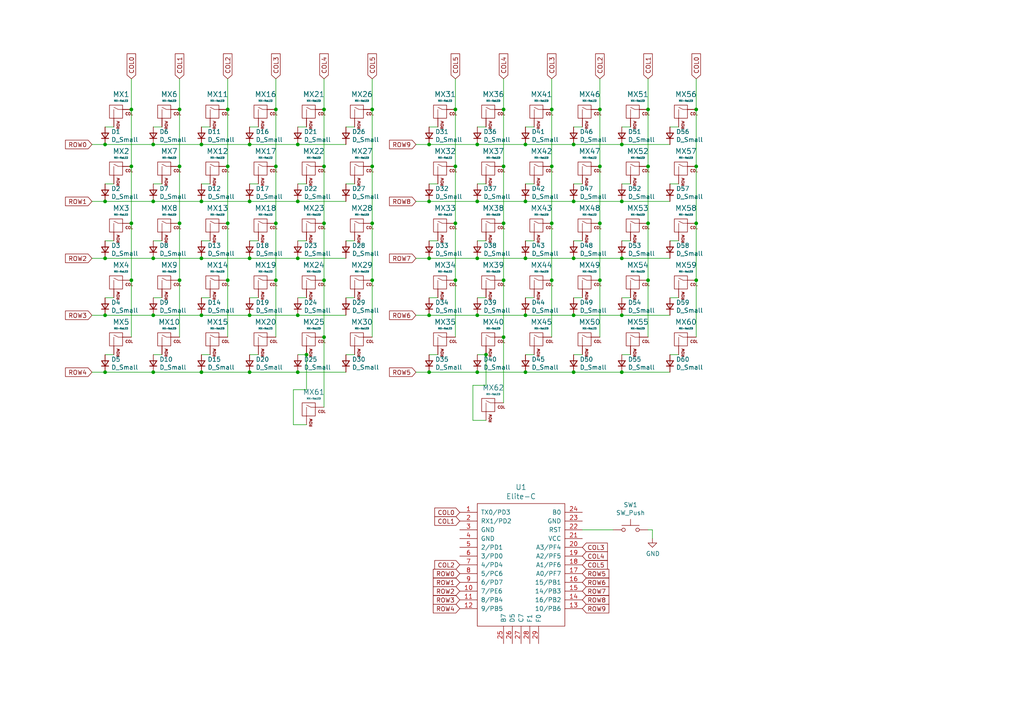
<source format=kicad_sch>
(kicad_sch (version 20211123) (generator eeschema)
  (paper "A4")
  (junction (at 124.46 91.44))
  (junction (at 72.39 74.93))
  (junction (at 187.96 81.28))
  (junction (at 187.96 64.77))
  (junction (at 138.43 107.95))
  (junction (at 107.95 48.26))
  (junction (at 93.98 97.79))
  (junction (at 72.39 41.91))
  (junction (at 132.08 48.26))
  (junction (at 30.48 74.93))
  (junction (at 146.05 48.26))
  (junction (at 44.45 58.42))
  (junction (at 124.46 41.91))
  (junction (at 166.37 41.91))
  (junction (at 201.93 48.26))
  (junction (at 146.05 81.28))
  (junction (at 138.43 91.44))
  (junction (at 187.96 31.75))
  (junction (at 160.02 64.77))
  (junction (at 66.04 64.77))
  (junction (at 72.39 58.42))
  (junction (at 58.42 41.91))
  (junction (at 86.36 41.91))
  (junction (at 160.02 31.75))
  (junction (at 72.39 107.95))
  (junction (at 187.96 48.26))
  (junction (at 66.04 31.75))
  (junction (at 52.07 64.77))
  (junction (at 52.07 31.75))
  (junction (at 180.34 58.42))
  (junction (at 124.46 74.93))
  (junction (at 124.46 58.42))
  (junction (at 38.1 48.26))
  (junction (at 80.01 48.26))
  (junction (at 180.34 41.91))
  (junction (at 93.98 31.75))
  (junction (at 93.98 81.28))
  (junction (at 160.02 48.26))
  (junction (at 166.37 91.44))
  (junction (at 107.95 81.28))
  (junction (at 86.36 74.93))
  (junction (at 138.43 41.91))
  (junction (at 166.37 107.95))
  (junction (at 93.98 64.77))
  (junction (at 152.4 91.44))
  (junction (at 58.42 74.93))
  (junction (at 201.93 64.77))
  (junction (at 44.45 41.91))
  (junction (at 52.07 81.28))
  (junction (at 72.39 91.44))
  (junction (at 86.36 91.44))
  (junction (at 30.48 91.44))
  (junction (at 146.05 97.79))
  (junction (at 86.36 107.95))
  (junction (at 180.34 74.93))
  (junction (at 201.93 31.75))
  (junction (at 138.43 74.93))
  (junction (at 38.1 81.28))
  (junction (at 152.4 58.42))
  (junction (at 93.98 48.26))
  (junction (at 152.4 107.95))
  (junction (at 44.45 74.93))
  (junction (at 107.95 64.77))
  (junction (at 80.01 31.75))
  (junction (at 132.08 31.75))
  (junction (at 38.1 64.77))
  (junction (at 124.46 107.95))
  (junction (at 38.1 31.75))
  (junction (at 146.05 31.75))
  (junction (at 88.9 102.87))
  (junction (at 160.02 81.28))
  (junction (at 140.97 102.87))
  (junction (at 180.34 91.44))
  (junction (at 30.48 41.91))
  (junction (at 173.99 81.28))
  (junction (at 66.04 48.26))
  (junction (at 152.4 41.91))
  (junction (at 166.37 74.93))
  (junction (at 173.99 31.75))
  (junction (at 107.95 31.75))
  (junction (at 166.37 58.42))
  (junction (at 173.99 48.26))
  (junction (at 146.05 64.77))
  (junction (at 66.04 81.28))
  (junction (at 80.01 64.77))
  (junction (at 132.08 81.28))
  (junction (at 52.07 48.26))
  (junction (at 44.45 91.44))
  (junction (at 58.42 91.44))
  (junction (at 138.43 58.42))
  (junction (at 30.48 107.95))
  (junction (at 132.08 64.77))
  (junction (at 173.99 64.77))
  (junction (at 201.93 81.28))
  (junction (at 152.4 74.93))
  (junction (at 58.42 107.95))
  (junction (at 44.45 107.95))
  (junction (at 58.42 58.42))
  (junction (at 30.48 58.42))
  (junction (at 180.34 107.95))
  (junction (at 86.36 58.42))
  (junction (at 80.01 81.28))
  (wire (pts (xy 85.09 113.03) (xy 88.9 113.03)))
  (wire (pts (xy 38.1 22.86) (xy 38.1 31.75)))
  (wire (pts (xy 180.34 58.42) (xy 194.31 58.42)))
  (wire (pts (xy 180.34 86.36) (xy 182.88 86.36)))
  (wire (pts (xy 30.48 107.95) (xy 44.45 107.95)))
  (wire (pts (xy 160.02 81.28) (xy 160.02 97.79)))
  (wire (pts (xy 72.39 74.93) (xy 86.36 74.93)))
  (wire (pts (xy 160.02 64.77) (xy 160.02 81.28)))
  (wire (pts (xy 189.23 153.67) (xy 189.23 156.21)))
  (wire (pts (xy 72.39 41.91) (xy 86.36 41.91)))
  (wire (pts (xy 138.43 86.36) (xy 140.97 86.36)))
  (wire (pts (xy 30.48 41.91) (xy 44.45 41.91)))
  (wire (pts (xy 44.45 74.93) (xy 58.42 74.93)))
  (wire (pts (xy 58.42 41.91) (xy 72.39 41.91)))
  (wire (pts (xy 187.96 31.75) (xy 187.96 48.26)))
  (wire (pts (xy 85.09 123.19) (xy 85.09 113.03)))
  (wire (pts (xy 124.46 69.85) (xy 127 69.85)))
  (wire (pts (xy 187.96 153.67) (xy 189.23 153.67)))
  (wire (pts (xy 80.01 48.26) (xy 80.01 64.77)))
  (wire (pts (xy 30.48 53.34) (xy 33.02 53.34)))
  (wire (pts (xy 44.45 69.85) (xy 46.99 69.85)))
  (wire (pts (xy 120.65 58.42) (xy 124.46 58.42)))
  (wire (pts (xy 146.05 97.79) (xy 146.05 116.84)))
  (wire (pts (xy 44.45 86.36) (xy 46.99 86.36)))
  (wire (pts (xy 107.95 81.28) (xy 107.95 97.79)))
  (wire (pts (xy 52.07 64.77) (xy 52.07 81.28)))
  (wire (pts (xy 120.65 107.95) (xy 124.46 107.95)))
  (wire (pts (xy 66.04 64.77) (xy 66.04 81.28)))
  (wire (pts (xy 138.43 102.87) (xy 140.97 102.87)))
  (wire (pts (xy 100.33 86.36) (xy 102.87 86.36)))
  (wire (pts (xy 66.04 22.86) (xy 66.04 31.75)))
  (wire (pts (xy 120.65 74.93) (xy 124.46 74.93)))
  (wire (pts (xy 173.99 22.86) (xy 173.99 31.75)))
  (wire (pts (xy 160.02 31.75) (xy 160.02 48.26)))
  (wire (pts (xy 38.1 81.28) (xy 38.1 97.79)))
  (wire (pts (xy 152.4 41.91) (xy 166.37 41.91)))
  (wire (pts (xy 80.01 31.75) (xy 80.01 48.26)))
  (wire (pts (xy 152.4 53.34) (xy 154.94 53.34)))
  (wire (pts (xy 44.45 58.42) (xy 58.42 58.42)))
  (wire (pts (xy 173.99 81.28) (xy 173.99 97.79)))
  (wire (pts (xy 30.48 36.83) (xy 33.02 36.83)))
  (wire (pts (xy 124.46 36.83) (xy 127 36.83)))
  (wire (pts (xy 72.39 58.42) (xy 86.36 58.42)))
  (wire (pts (xy 80.01 64.77) (xy 80.01 81.28)))
  (wire (pts (xy 194.31 102.87) (xy 196.85 102.87)))
  (wire (pts (xy 180.34 74.93) (xy 194.31 74.93)))
  (wire (pts (xy 107.95 31.75) (xy 107.95 48.26)))
  (wire (pts (xy 86.36 69.85) (xy 88.9 69.85)))
  (wire (pts (xy 93.98 97.79) (xy 93.98 118.11)))
  (wire (pts (xy 138.43 41.91) (xy 152.4 41.91)))
  (wire (pts (xy 194.31 69.85) (xy 196.85 69.85)))
  (wire (pts (xy 152.4 69.85) (xy 154.94 69.85)))
  (wire (pts (xy 52.07 48.26) (xy 52.07 64.77)))
  (wire (pts (xy 66.04 31.75) (xy 66.04 48.26)))
  (wire (pts (xy 166.37 41.91) (xy 180.34 41.91)))
  (wire (pts (xy 44.45 91.44) (xy 58.42 91.44)))
  (wire (pts (xy 140.97 121.92) (xy 137.16 121.92)))
  (wire (pts (xy 30.48 86.36) (xy 33.02 86.36)))
  (wire (pts (xy 201.93 22.86) (xy 201.93 31.75)))
  (wire (pts (xy 66.04 48.26) (xy 66.04 64.77)))
  (wire (pts (xy 138.43 58.42) (xy 152.4 58.42)))
  (wire (pts (xy 152.4 58.42) (xy 166.37 58.42)))
  (wire (pts (xy 201.93 64.77) (xy 201.93 81.28)))
  (wire (pts (xy 166.37 69.85) (xy 168.91 69.85)))
  (wire (pts (xy 44.45 102.87) (xy 46.99 102.87)))
  (wire (pts (xy 58.42 58.42) (xy 72.39 58.42)))
  (wire (pts (xy 58.42 102.87) (xy 60.96 102.87)))
  (wire (pts (xy 44.45 53.34) (xy 46.99 53.34)))
  (wire (pts (xy 166.37 58.42) (xy 180.34 58.42)))
  (wire (pts (xy 137.16 121.92) (xy 137.16 111.76)))
  (wire (pts (xy 26.67 41.91) (xy 30.48 41.91)))
  (wire (pts (xy 180.34 91.44) (xy 194.31 91.44)))
  (wire (pts (xy 88.9 113.03) (xy 88.9 102.87)))
  (wire (pts (xy 86.36 91.44) (xy 100.33 91.44)))
  (wire (pts (xy 124.46 41.91) (xy 138.43 41.91)))
  (wire (pts (xy 124.46 102.87) (xy 127 102.87)))
  (wire (pts (xy 160.02 22.86) (xy 160.02 31.75)))
  (wire (pts (xy 38.1 31.75) (xy 38.1 48.26)))
  (wire (pts (xy 72.39 69.85) (xy 74.93 69.85)))
  (wire (pts (xy 30.48 58.42) (xy 44.45 58.42)))
  (wire (pts (xy 180.34 69.85) (xy 182.88 69.85)))
  (wire (pts (xy 44.45 36.83) (xy 46.99 36.83)))
  (wire (pts (xy 146.05 31.75) (xy 146.05 48.26)))
  (wire (pts (xy 72.39 102.87) (xy 74.93 102.87)))
  (wire (pts (xy 152.4 91.44) (xy 166.37 91.44)))
  (wire (pts (xy 187.96 81.28) (xy 187.96 97.79)))
  (wire (pts (xy 58.42 74.93) (xy 72.39 74.93)))
  (wire (pts (xy 146.05 48.26) (xy 146.05 64.77)))
  (wire (pts (xy 180.34 102.87) (xy 182.88 102.87)))
  (wire (pts (xy 44.45 107.95) (xy 58.42 107.95)))
  (wire (pts (xy 132.08 48.26) (xy 132.08 64.77)))
  (wire (pts (xy 58.42 36.83) (xy 60.96 36.83)))
  (wire (pts (xy 201.93 81.28) (xy 201.93 97.79)))
  (wire (pts (xy 166.37 36.83) (xy 168.91 36.83)))
  (wire (pts (xy 132.08 64.77) (xy 132.08 81.28)))
  (wire (pts (xy 137.16 111.76) (xy 140.97 111.76)))
  (wire (pts (xy 52.07 31.75) (xy 52.07 48.26)))
  (wire (pts (xy 93.98 31.75) (xy 93.98 48.26)))
  (wire (pts (xy 187.96 22.86) (xy 187.96 31.75)))
  (wire (pts (xy 146.05 81.28) (xy 146.05 97.79)))
  (wire (pts (xy 30.48 91.44) (xy 44.45 91.44)))
  (wire (pts (xy 58.42 53.34) (xy 60.96 53.34)))
  (wire (pts (xy 152.4 86.36) (xy 154.94 86.36)))
  (wire (pts (xy 146.05 64.77) (xy 146.05 81.28)))
  (wire (pts (xy 120.65 91.44) (xy 124.46 91.44)))
  (wire (pts (xy 187.96 64.77) (xy 187.96 81.28)))
  (wire (pts (xy 194.31 53.34) (xy 196.85 53.34)))
  (wire (pts (xy 72.39 86.36) (xy 74.93 86.36)))
  (wire (pts (xy 93.98 22.86) (xy 93.98 31.75)))
  (wire (pts (xy 140.97 102.87) (xy 140.97 111.76)))
  (wire (pts (xy 26.67 107.95) (xy 30.48 107.95)))
  (wire (pts (xy 124.46 74.93) (xy 138.43 74.93)))
  (wire (pts (xy 152.4 36.83) (xy 154.94 36.83)))
  (wire (pts (xy 180.34 36.83) (xy 182.88 36.83)))
  (wire (pts (xy 166.37 102.87) (xy 168.91 102.87)))
  (wire (pts (xy 86.36 107.95) (xy 100.33 107.95)))
  (wire (pts (xy 124.46 58.42) (xy 138.43 58.42)))
  (wire (pts (xy 120.65 41.91) (xy 124.46 41.91)))
  (wire (pts (xy 180.34 107.95) (xy 194.31 107.95)))
  (wire (pts (xy 86.36 58.42) (xy 100.33 58.42)))
  (wire (pts (xy 201.93 31.75) (xy 201.93 48.26)))
  (wire (pts (xy 146.05 22.86) (xy 146.05 31.75)))
  (wire (pts (xy 124.46 107.95) (xy 138.43 107.95)))
  (wire (pts (xy 30.48 102.87) (xy 33.02 102.87)))
  (wire (pts (xy 168.91 153.67) (xy 177.8 153.67)))
  (wire (pts (xy 166.37 53.34) (xy 168.91 53.34)))
  (wire (pts (xy 93.98 64.77) (xy 93.98 81.28)))
  (wire (pts (xy 138.43 74.93) (xy 152.4 74.93)))
  (wire (pts (xy 152.4 107.95) (xy 166.37 107.95)))
  (wire (pts (xy 88.9 123.19) (xy 85.09 123.19)))
  (wire (pts (xy 86.36 41.91) (xy 100.33 41.91)))
  (wire (pts (xy 58.42 86.36) (xy 60.96 86.36)))
  (wire (pts (xy 173.99 64.77) (xy 173.99 81.28)))
  (wire (pts (xy 138.43 69.85) (xy 140.97 69.85)))
  (wire (pts (xy 132.08 22.86) (xy 132.08 31.75)))
  (wire (pts (xy 52.07 81.28) (xy 52.07 97.79)))
  (wire (pts (xy 201.93 48.26) (xy 201.93 64.77)))
  (wire (pts (xy 194.31 36.83) (xy 196.85 36.83)))
  (wire (pts (xy 166.37 74.93) (xy 180.34 74.93)))
  (wire (pts (xy 124.46 86.36) (xy 127 86.36)))
  (wire (pts (xy 180.34 53.34) (xy 182.88 53.34)))
  (wire (pts (xy 100.33 69.85) (xy 102.87 69.85)))
  (wire (pts (xy 30.48 69.85) (xy 33.02 69.85)))
  (wire (pts (xy 166.37 86.36) (xy 168.91 86.36)))
  (wire (pts (xy 26.67 74.93) (xy 30.48 74.93)))
  (wire (pts (xy 107.95 22.86) (xy 107.95 31.75)))
  (wire (pts (xy 86.36 53.34) (xy 88.9 53.34)))
  (wire (pts (xy 173.99 48.26) (xy 173.99 64.77)))
  (wire (pts (xy 187.96 48.26) (xy 187.96 64.77)))
  (wire (pts (xy 180.34 41.91) (xy 194.31 41.91)))
  (wire (pts (xy 72.39 107.95) (xy 86.36 107.95)))
  (wire (pts (xy 26.67 91.44) (xy 30.48 91.44)))
  (wire (pts (xy 124.46 91.44) (xy 138.43 91.44)))
  (wire (pts (xy 173.99 31.75) (xy 173.99 48.26)))
  (wire (pts (xy 58.42 91.44) (xy 72.39 91.44)))
  (wire (pts (xy 80.01 22.86) (xy 80.01 31.75)))
  (wire (pts (xy 52.07 22.86) (xy 52.07 31.75)))
  (wire (pts (xy 93.98 48.26) (xy 93.98 64.77)))
  (wire (pts (xy 86.36 102.87) (xy 88.9 102.87)))
  (wire (pts (xy 86.36 86.36) (xy 88.9 86.36)))
  (wire (pts (xy 38.1 64.77) (xy 38.1 81.28)))
  (wire (pts (xy 132.08 81.28) (xy 132.08 97.79)))
  (wire (pts (xy 58.42 69.85) (xy 60.96 69.85)))
  (wire (pts (xy 30.48 74.93) (xy 44.45 74.93)))
  (wire (pts (xy 138.43 107.95) (xy 152.4 107.95)))
  (wire (pts (xy 93.98 81.28) (xy 93.98 97.79)))
  (wire (pts (xy 124.46 53.34) (xy 127 53.34)))
  (wire (pts (xy 86.36 36.83) (xy 88.9 36.83)))
  (wire (pts (xy 132.08 31.75) (xy 132.08 48.26)))
  (wire (pts (xy 166.37 107.95) (xy 180.34 107.95)))
  (wire (pts (xy 166.37 91.44) (xy 180.34 91.44)))
  (wire (pts (xy 194.31 86.36) (xy 196.85 86.36)))
  (wire (pts (xy 86.36 74.93) (xy 100.33 74.93)))
  (wire (pts (xy 44.45 41.91) (xy 58.42 41.91)))
  (wire (pts (xy 72.39 53.34) (xy 74.93 53.34)))
  (wire (pts (xy 107.95 48.26) (xy 107.95 64.77)))
  (wire (pts (xy 100.33 53.34) (xy 102.87 53.34)))
  (wire (pts (xy 58.42 107.95) (xy 72.39 107.95)))
  (wire (pts (xy 138.43 91.44) (xy 152.4 91.44)))
  (wire (pts (xy 138.43 53.34) (xy 140.97 53.34)))
  (wire (pts (xy 80.01 81.28) (xy 80.01 97.79)))
  (wire (pts (xy 38.1 48.26) (xy 38.1 64.77)))
  (wire (pts (xy 100.33 102.87) (xy 102.87 102.87)))
  (wire (pts (xy 152.4 102.87) (xy 154.94 102.87)))
  (wire (pts (xy 152.4 74.93) (xy 166.37 74.93)))
  (wire (pts (xy 72.39 91.44) (xy 86.36 91.44)))
  (wire (pts (xy 100.33 36.83) (xy 102.87 36.83)))
  (wire (pts (xy 26.67 58.42) (xy 30.48 58.42)))
  (wire (pts (xy 138.43 36.83) (xy 140.97 36.83)))
  (wire (pts (xy 66.04 81.28) (xy 66.04 97.79)))
  (wire (pts (xy 107.95 64.77) (xy 107.95 81.28)))
  (wire (pts (xy 160.02 48.26) (xy 160.02 64.77)))
  (wire (pts (xy 72.39 36.83) (xy 74.93 36.83)))
  (global_label "ROW0" (shape input) (at 26.67 41.91 180) (property "Intersheet References" "${INTERSHEET_REFS}" (effects hide)))
  (global_label "COL1" (shape input) (at 52.07 22.86 90) (property "Intersheet References" "${INTERSHEET_REFS}" (effects hide)))
  (global_label "COL0" (shape input) (at 201.93 22.86 90) (property "Intersheet References" "${INTERSHEET_REFS}" (effects hide)))
  (global_label "ROW2" (shape input) (at 133.35 171.45 180) (property "Intersheet References" "${INTERSHEET_REFS}" (effects hide)))
  (global_label "ROW5" (shape input) (at 120.65 107.95 180) (property "Intersheet References" "${INTERSHEET_REFS}" (effects hide)))
  (global_label "COL1" (shape input) (at 187.96 22.86 90) (property "Intersheet References" "${INTERSHEET_REFS}" (effects hide)))
  (global_label "COL3" (shape input) (at 168.91 158.75 0) (property "Intersheet References" "${INTERSHEET_REFS}" (effects hide)))
  (global_label "ROW9" (shape input) (at 168.91 176.53 0) (property "Intersheet References" "${INTERSHEET_REFS}" (effects hide)))
  (global_label "ROW9" (shape input) (at 120.65 41.91 180) (property "Intersheet References" "${INTERSHEET_REFS}" (effects hide)))
  (global_label "COL2" (shape input) (at 133.35 163.83 180) (property "Intersheet References" "${INTERSHEET_REFS}" (effects hide)))
  (global_label "COL4" (shape input) (at 146.05 22.86 90) (property "Intersheet References" "${INTERSHEET_REFS}" (effects hide)))
  (global_label "ROW6" (shape input) (at 168.91 168.91 0) (property "Intersheet References" "${INTERSHEET_REFS}" (effects hide)))
  (global_label "COL0" (shape input) (at 38.1 22.86 90) (property "Intersheet References" "${INTERSHEET_REFS}" (effects hide)))
  (global_label "COL5" (shape input) (at 168.91 163.83 0) (property "Intersheet References" "${INTERSHEET_REFS}" (effects hide)))
  (global_label "COL3" (shape input) (at 160.02 22.86 90) (property "Intersheet References" "${INTERSHEET_REFS}" (effects hide)))
  (global_label "ROW1" (shape input) (at 26.67 58.42 180) (property "Intersheet References" "${INTERSHEET_REFS}" (effects hide)))
  (global_label "COL3" (shape input) (at 80.01 22.86 90) (property "Intersheet References" "${INTERSHEET_REFS}" (effects hide)))
  (global_label "ROW4" (shape input) (at 133.35 176.53 180) (property "Intersheet References" "${INTERSHEET_REFS}" (effects hide)))
  (global_label "ROW8" (shape input) (at 120.65 58.42 180) (property "Intersheet References" "${INTERSHEET_REFS}" (effects hide)))
  (global_label "COL1" (shape input) (at 133.35 151.13 180) (property "Intersheet References" "${INTERSHEET_REFS}" (effects hide)))
  (global_label "ROW4" (shape input) (at 26.67 107.95 180) (property "Intersheet References" "${INTERSHEET_REFS}" (effects hide)))
  (global_label "COL4" (shape input) (at 168.91 161.29 0) (property "Intersheet References" "${INTERSHEET_REFS}" (effects hide)))
  (global_label "ROW5" (shape input) (at 168.91 166.37 0) (property "Intersheet References" "${INTERSHEET_REFS}" (effects hide)))
  (global_label "COL5" (shape input) (at 107.95 22.86 90) (property "Intersheet References" "${INTERSHEET_REFS}" (effects hide)))
  (global_label "ROW7" (shape input) (at 120.65 74.93 180) (property "Intersheet References" "${INTERSHEET_REFS}" (effects hide)))
  (global_label "ROW0" (shape input) (at 133.35 166.37 180) (property "Intersheet References" "${INTERSHEET_REFS}" (effects hide)))
  (global_label "COL5" (shape input) (at 132.08 22.86 90) (property "Intersheet References" "${INTERSHEET_REFS}" (effects hide)))
  (global_label "COL2" (shape input) (at 173.99 22.86 90) (property "Intersheet References" "${INTERSHEET_REFS}" (effects hide)))
  (global_label "ROW7" (shape input) (at 168.91 171.45 0) (property "Intersheet References" "${INTERSHEET_REFS}" (effects hide)))
  (global_label "COL2" (shape input) (at 66.04 22.86 90) (property "Intersheet References" "${INTERSHEET_REFS}" (effects hide)))
  (global_label "ROW3" (shape input) (at 133.35 173.99 180) (property "Intersheet References" "${INTERSHEET_REFS}" (effects hide)))
  (global_label "ROW2" (shape input) (at 26.67 74.93 180) (property "Intersheet References" "${INTERSHEET_REFS}" (effects hide)))
  (global_label "ROW1" (shape input) (at 133.35 168.91 180) (property "Intersheet References" "${INTERSHEET_REFS}" (effects hide)))
  (global_label "ROW6" (shape input) (at 120.65 91.44 180) (property "Intersheet References" "${INTERSHEET_REFS}" (effects hide)))
  (global_label "ROW8" (shape input) (at 168.91 173.99 0) (property "Intersheet References" "${INTERSHEET_REFS}" (effects hide)))
  (global_label "ROW3" (shape input) (at 26.67 91.44 180) (property "Intersheet References" "${INTERSHEET_REFS}" (effects hide)))
  (global_label "COL0" (shape input) (at 133.35 148.59 180) (property "Intersheet References" "${INTERSHEET_REFS}" (effects hide)))
  (global_label "COL4" (shape input) (at 93.98 22.86 90) (property "Intersheet References" "${INTERSHEET_REFS}" (effects hide)))
  (symbol (lib_id "keebio:Elite-C") (at 151.13 162.56 0) (unit 1)
    (property "Reference" "U1" (at 151.13 141.3002 0) (effects (font (size 1.524 1.524))))
    (property "Value" "Elite-C" (at 151.13 143.9926 0) (effects (font (size 1.524 1.524))))
    (property "Footprint" "Keebio-Parts:Elite-C" (effects hide))
  )
  (symbol (lib_id "power:GND") (at 189.23 156.21 0) (unit 1)
    (property "Reference" "#PWR0101" (effects hide))
    (property "Value" "GND" (at 189.357 160.6042 0))
  )
  (symbol (lib_id "Switch:SW_Push") (at 182.88 153.67 0) (unit 1)
    (property "Reference" "SW1" (at 182.88 146.431 0))
    (property "Value" "SW_Push" (at 182.88 148.7424 0))
    (property "Footprint" "random-keyboard-parts:SKQG-1155865" (effects hide))
  )
  (symbol (lib_id "MX_Alps_Hybrid:MX-NoLED") (at 128.27 33.02 0) (unit 1)
    (property "Reference" "MX31" (at 129.1082 27.3558 0) (effects (font (size 1.524 1.524))))
    (property "Value" "MX-NoLED" (at 129.1082 29.2354 0) (effects (font (size 0.508 0.508))))
    (property "Footprint" "kbd:CherryMX_Hotswap" (effects hide))
  )
  (symbol (lib_id "Device:D_Small") (at 124.46 39.37 90) (unit 1)
    (property "Reference" "D31" (at 126.238 38.2016 90) (effects (justify right)))
    (property "Value" "D_Small" (at 126.238 40.513 90) (effects (justify right)))
    (property "Footprint" "Keebio-Parts:D3_hybrid_common_hole" (effects hide))
  )
  (symbol (lib_id "MX_Alps_Hybrid:MX-NoLED") (at 142.24 33.02 0) (unit 1)
    (property "Reference" "MX36" (at 143.0782 27.3558 0) (effects (font (size 1.524 1.524))))
    (property "Value" "MX-NoLED" (at 143.0782 29.2354 0) (effects (font (size 0.508 0.508))))
    (property "Footprint" "kbd:CherryMX_Hotswap" (effects hide))
  )
  (symbol (lib_id "Device:D_Small") (at 138.43 39.37 90) (unit 1)
    (property "Reference" "D36" (at 140.208 38.2016 90) (effects (justify right)))
    (property "Value" "D_Small" (at 140.208 40.513 90) (effects (justify right)))
    (property "Footprint" "Keebio-Parts:D3_hybrid_common_hole" (effects hide))
  )
  (symbol (lib_id "MX_Alps_Hybrid:MX-NoLED") (at 156.21 33.02 0) (unit 1)
    (property "Reference" "MX41" (at 157.0482 27.3558 0) (effects (font (size 1.524 1.524))))
    (property "Value" "MX-NoLED" (at 157.0482 29.2354 0) (effects (font (size 0.508 0.508))))
    (property "Footprint" "kbd:CherryMX_Hotswap" (effects hide))
  )
  (symbol (lib_id "Device:D_Small") (at 152.4 39.37 90) (unit 1)
    (property "Reference" "D41" (at 154.178 38.2016 90) (effects (justify right)))
    (property "Value" "D_Small" (at 154.178 40.513 90) (effects (justify right)))
    (property "Footprint" "Keebio-Parts:D3_hybrid_common_hole" (effects hide))
  )
  (symbol (lib_id "MX_Alps_Hybrid:MX-NoLED") (at 170.18 33.02 0) (unit 1)
    (property "Reference" "MX46" (at 171.0182 27.3558 0) (effects (font (size 1.524 1.524))))
    (property "Value" "MX-NoLED" (at 171.0182 29.2354 0) (effects (font (size 0.508 0.508))))
    (property "Footprint" "kbd:CherryMX_Hotswap" (effects hide))
  )
  (symbol (lib_id "Device:D_Small") (at 166.37 39.37 90) (unit 1)
    (property "Reference" "D46" (at 168.148 38.2016 90) (effects (justify right)))
    (property "Value" "D_Small" (at 168.148 40.513 90) (effects (justify right)))
    (property "Footprint" "Keebio-Parts:D3_hybrid_common_hole" (effects hide))
  )
  (symbol (lib_id "MX_Alps_Hybrid:MX-NoLED") (at 184.15 33.02 0) (unit 1)
    (property "Reference" "MX51" (at 184.9882 27.3558 0) (effects (font (size 1.524 1.524))))
    (property "Value" "MX-NoLED" (at 184.9882 29.2354 0) (effects (font (size 0.508 0.508))))
    (property "Footprint" "kbd:CherryMX_Hotswap" (effects hide))
  )
  (symbol (lib_id "Device:D_Small") (at 180.34 39.37 90) (unit 1)
    (property "Reference" "D51" (at 182.118 38.2016 90) (effects (justify right)))
    (property "Value" "D_Small" (at 182.118 40.513 90) (effects (justify right)))
    (property "Footprint" "Keebio-Parts:D3_hybrid_common_hole" (effects hide))
  )
  (symbol (lib_id "MX_Alps_Hybrid:MX-NoLED") (at 198.12 33.02 0) (unit 1)
    (property "Reference" "MX56" (at 198.9582 27.3558 0) (effects (font (size 1.524 1.524))))
    (property "Value" "MX-NoLED" (at 198.9582 29.2354 0) (effects (font (size 0.508 0.508))))
    (property "Footprint" "kbd:CherryMX_Hotswap" (effects hide))
  )
  (symbol (lib_id "Device:D_Small") (at 194.31 39.37 90) (unit 1)
    (property "Reference" "D56" (at 196.088 38.2016 90) (effects (justify right)))
    (property "Value" "D_Small" (at 196.088 40.513 90) (effects (justify right)))
    (property "Footprint" "Keebio-Parts:D3_hybrid_common_hole" (effects hide))
  )
  (symbol (lib_id "MX_Alps_Hybrid:MX-NoLED") (at 128.27 49.53 0) (unit 1)
    (property "Reference" "MX32" (at 129.1082 43.8658 0) (effects (font (size 1.524 1.524))))
    (property "Value" "MX-NoLED" (at 129.1082 45.7454 0) (effects (font (size 0.508 0.508))))
    (property "Footprint" "kbd:CherryMX_Hotswap" (effects hide))
  )
  (symbol (lib_id "Device:D_Small") (at 124.46 55.88 90) (unit 1)
    (property "Reference" "D32" (at 126.238 54.7116 90) (effects (justify right)))
    (property "Value" "D_Small" (at 126.238 57.023 90) (effects (justify right)))
    (property "Footprint" "Keebio-Parts:D3_hybrid_common_hole" (effects hide))
  )
  (symbol (lib_id "MX_Alps_Hybrid:MX-NoLED") (at 142.24 49.53 0) (unit 1)
    (property "Reference" "MX37" (at 143.0782 43.8658 0) (effects (font (size 1.524 1.524))))
    (property "Value" "MX-NoLED" (at 143.0782 45.7454 0) (effects (font (size 0.508 0.508))))
    (property "Footprint" "kbd:CherryMX_Hotswap" (effects hide))
  )
  (symbol (lib_id "Device:D_Small") (at 138.43 55.88 90) (unit 1)
    (property "Reference" "D37" (at 140.208 54.7116 90) (effects (justify right)))
    (property "Value" "D_Small" (at 140.208 57.023 90) (effects (justify right)))
    (property "Footprint" "Keebio-Parts:D3_hybrid_common_hole" (effects hide))
  )
  (symbol (lib_id "MX_Alps_Hybrid:MX-NoLED") (at 156.21 49.53 0) (unit 1)
    (property "Reference" "MX42" (at 157.0482 43.8658 0) (effects (font (size 1.524 1.524))))
    (property "Value" "MX-NoLED" (at 157.0482 45.7454 0) (effects (font (size 0.508 0.508))))
    (property "Footprint" "kbd:CherryMX_Hotswap" (effects hide))
  )
  (symbol (lib_id "Device:D_Small") (at 152.4 55.88 90) (unit 1)
    (property "Reference" "D42" (at 154.178 54.7116 90) (effects (justify right)))
    (property "Value" "D_Small" (at 154.178 57.023 90) (effects (justify right)))
    (property "Footprint" "Keebio-Parts:D3_hybrid_common_hole" (effects hide))
  )
  (symbol (lib_id "MX_Alps_Hybrid:MX-NoLED") (at 170.18 49.53 0) (unit 1)
    (property "Reference" "MX47" (at 171.0182 43.8658 0) (effects (font (size 1.524 1.524))))
    (property "Value" "MX-NoLED" (at 171.0182 45.7454 0) (effects (font (size 0.508 0.508))))
    (property "Footprint" "kbd:CherryMX_Hotswap" (effects hide))
  )
  (symbol (lib_id "Device:D_Small") (at 166.37 55.88 90) (unit 1)
    (property "Reference" "D47" (at 168.148 54.7116 90) (effects (justify right)))
    (property "Value" "D_Small" (at 168.148 57.023 90) (effects (justify right)))
    (property "Footprint" "Keebio-Parts:D3_hybrid_common_hole" (effects hide))
  )
  (symbol (lib_id "MX_Alps_Hybrid:MX-NoLED") (at 184.15 49.53 0) (unit 1)
    (property "Reference" "MX52" (at 184.9882 43.8658 0) (effects (font (size 1.524 1.524))))
    (property "Value" "MX-NoLED" (at 184.9882 45.7454 0) (effects (font (size 0.508 0.508))))
    (property "Footprint" "kbd:CherryMX_Hotswap" (effects hide))
  )
  (symbol (lib_id "Device:D_Small") (at 180.34 55.88 90) (unit 1)
    (property "Reference" "D52" (at 182.118 54.7116 90) (effects (justify right)))
    (property "Value" "D_Small" (at 182.118 57.023 90) (effects (justify right)))
    (property "Footprint" "Keebio-Parts:D3_hybrid_common_hole" (effects hide))
  )
  (symbol (lib_id "MX_Alps_Hybrid:MX-NoLED") (at 198.12 49.53 0) (unit 1)
    (property "Reference" "MX57" (at 198.9582 43.8658 0) (effects (font (size 1.524 1.524))))
    (property "Value" "MX-NoLED" (at 198.9582 45.7454 0) (effects (font (size 0.508 0.508))))
    (property "Footprint" "kbd:CherryMX_Hotswap" (effects hide))
  )
  (symbol (lib_id "Device:D_Small") (at 194.31 55.88 90) (unit 1)
    (property "Reference" "D57" (at 196.088 54.7116 90) (effects (justify right)))
    (property "Value" "D_Small" (at 196.088 57.023 90) (effects (justify right)))
    (property "Footprint" "Keebio-Parts:D3_hybrid_common_hole" (effects hide))
  )
  (symbol (lib_id "MX_Alps_Hybrid:MX-NoLED") (at 128.27 66.04 0) (unit 1)
    (property "Reference" "MX33" (at 129.1082 60.3758 0) (effects (font (size 1.524 1.524))))
    (property "Value" "MX-NoLED" (at 129.1082 62.2554 0) (effects (font (size 0.508 0.508))))
    (property "Footprint" "kbd:CherryMX_Hotswap" (effects hide))
  )
  (symbol (lib_id "Device:D_Small") (at 124.46 72.39 90) (unit 1)
    (property "Reference" "D33" (at 126.238 71.2216 90) (effects (justify right)))
    (property "Value" "D_Small" (at 126.238 73.533 90) (effects (justify right)))
    (property "Footprint" "Keebio-Parts:D3_hybrid_common_hole" (effects hide))
  )
  (symbol (lib_id "MX_Alps_Hybrid:MX-NoLED") (at 142.24 66.04 0) (unit 1)
    (property "Reference" "MX38" (at 143.0782 60.3758 0) (effects (font (size 1.524 1.524))))
    (property "Value" "MX-NoLED" (at 143.0782 62.2554 0) (effects (font (size 0.508 0.508))))
    (property "Footprint" "kbd:CherryMX_Hotswap" (effects hide))
  )
  (symbol (lib_id "Device:D_Small") (at 138.43 72.39 90) (unit 1)
    (property "Reference" "D38" (at 140.208 71.2216 90) (effects (justify right)))
    (property "Value" "D_Small" (at 140.208 73.533 90) (effects (justify right)))
    (property "Footprint" "Keebio-Parts:D3_hybrid_common_hole" (effects hide))
  )
  (symbol (lib_id "MX_Alps_Hybrid:MX-NoLED") (at 156.21 66.04 0) (unit 1)
    (property "Reference" "MX43" (at 157.0482 60.3758 0) (effects (font (size 1.524 1.524))))
    (property "Value" "MX-NoLED" (at 157.0482 62.2554 0) (effects (font (size 0.508 0.508))))
    (property "Footprint" "kbd:CherryMX_Hotswap" (effects hide))
  )
  (symbol (lib_id "Device:D_Small") (at 152.4 72.39 90) (unit 1)
    (property "Reference" "D43" (at 154.178 71.2216 90) (effects (justify right)))
    (property "Value" "D_Small" (at 154.178 73.533 90) (effects (justify right)))
    (property "Footprint" "Keebio-Parts:D3_hybrid_common_hole" (effects hide))
  )
  (symbol (lib_id "MX_Alps_Hybrid:MX-NoLED") (at 170.18 66.04 0) (unit 1)
    (property "Reference" "MX48" (at 171.0182 60.3758 0) (effects (font (size 1.524 1.524))))
    (property "Value" "MX-NoLED" (at 171.0182 62.2554 0) (effects (font (size 0.508 0.508))))
    (property "Footprint" "kbd:CherryMX_Hotswap" (effects hide))
  )
  (symbol (lib_id "Device:D_Small") (at 166.37 72.39 90) (unit 1)
    (property "Reference" "D48" (at 168.148 71.2216 90) (effects (justify right)))
    (property "Value" "D_Small" (at 168.148 73.533 90) (effects (justify right)))
    (property "Footprint" "Keebio-Parts:D3_hybrid_common_hole" (effects hide))
  )
  (symbol (lib_id "MX_Alps_Hybrid:MX-NoLED") (at 184.15 66.04 0) (unit 1)
    (property "Reference" "MX53" (at 184.9882 60.3758 0) (effects (font (size 1.524 1.524))))
    (property "Value" "MX-NoLED" (at 184.9882 62.2554 0) (effects (font (size 0.508 0.508))))
    (property "Footprint" "kbd:CherryMX_Hotswap" (effects hide))
  )
  (symbol (lib_id "Device:D_Small") (at 180.34 72.39 90) (unit 1)
    (property "Reference" "D53" (at 182.118 71.2216 90) (effects (justify right)))
    (property "Value" "D_Small" (at 182.118 73.533 90) (effects (justify right)))
    (property "Footprint" "Keebio-Parts:D3_hybrid_common_hole" (effects hide))
  )
  (symbol (lib_id "MX_Alps_Hybrid:MX-NoLED") (at 198.12 66.04 0) (unit 1)
    (property "Reference" "MX58" (at 198.9582 60.3758 0) (effects (font (size 1.524 1.524))))
    (property "Value" "MX-NoLED" (at 198.9582 62.2554 0) (effects (font (size 0.508 0.508))))
    (property "Footprint" "kbd:CherryMX_Hotswap" (effects hide))
  )
  (symbol (lib_id "Device:D_Small") (at 194.31 72.39 90) (unit 1)
    (property "Reference" "D58" (at 196.088 71.2216 90) (effects (justify right)))
    (property "Value" "D_Small" (at 196.088 73.533 90) (effects (justify right)))
    (property "Footprint" "Keebio-Parts:D3_hybrid_common_hole" (effects hide))
  )
  (symbol (lib_id "MX_Alps_Hybrid:MX-NoLED") (at 128.27 82.55 0) (unit 1)
    (property "Reference" "MX34" (at 129.1082 76.8858 0) (effects (font (size 1.524 1.524))))
    (property "Value" "MX-NoLED" (at 129.1082 78.7654 0) (effects (font (size 0.508 0.508))))
    (property "Footprint" "kbd:CherryMX_Hotswap" (effects hide))
  )
  (symbol (lib_id "Device:D_Small") (at 124.46 88.9 90) (unit 1)
    (property "Reference" "D34" (at 126.238 87.7316 90) (effects (justify right)))
    (property "Value" "D_Small" (at 126.238 90.043 90) (effects (justify right)))
    (property "Footprint" "Keebio-Parts:D3_hybrid_common_hole" (effects hide))
  )
  (symbol (lib_id "MX_Alps_Hybrid:MX-NoLED") (at 142.24 82.55 0) (unit 1)
    (property "Reference" "MX39" (at 143.0782 76.8858 0) (effects (font (size 1.524 1.524))))
    (property "Value" "MX-NoLED" (at 143.0782 78.7654 0) (effects (font (size 0.508 0.508))))
    (property "Footprint" "kbd:CherryMX_Hotswap" (effects hide))
  )
  (symbol (lib_id "Device:D_Small") (at 138.43 88.9 90) (unit 1)
    (property "Reference" "D39" (at 140.208 87.7316 90) (effects (justify right)))
    (property "Value" "D_Small" (at 140.208 90.043 90) (effects (justify right)))
    (property "Footprint" "Keebio-Parts:D3_hybrid_common_hole" (effects hide))
  )
  (symbol (lib_id "MX_Alps_Hybrid:MX-NoLED") (at 156.21 82.55 0) (unit 1)
    (property "Reference" "MX44" (at 157.0482 76.8858 0) (effects (font (size 1.524 1.524))))
    (property "Value" "MX-NoLED" (at 157.0482 78.7654 0) (effects (font (size 0.508 0.508))))
    (property "Footprint" "kbd:CherryMX_Hotswap" (effects hide))
  )
  (symbol (lib_id "Device:D_Small") (at 152.4 88.9 90) (unit 1)
    (property "Reference" "D44" (at 154.178 87.7316 90) (effects (justify right)))
    (property "Value" "D_Small" (at 154.178 90.043 90) (effects (justify right)))
    (property "Footprint" "Keebio-Parts:D3_hybrid_common_hole" (effects hide))
  )
  (symbol (lib_id "MX_Alps_Hybrid:MX-NoLED") (at 170.18 82.55 0) (unit 1)
    (property "Reference" "MX49" (at 171.0182 76.8858 0) (effects (font (size 1.524 1.524))))
    (property "Value" "MX-NoLED" (at 171.0182 78.7654 0) (effects (font (size 0.508 0.508))))
    (property "Footprint" "kbd:CherryMX_Hotswap" (effects hide))
  )
  (symbol (lib_id "Device:D_Small") (at 166.37 88.9 90) (unit 1)
    (property "Reference" "D49" (at 168.148 87.7316 90) (effects (justify right)))
    (property "Value" "D_Small" (at 168.148 90.043 90) (effects (justify right)))
    (property "Footprint" "Keebio-Parts:D3_hybrid_common_hole" (effects hide))
  )
  (symbol (lib_id "MX_Alps_Hybrid:MX-NoLED") (at 184.15 82.55 0) (unit 1)
    (property "Reference" "MX54" (at 184.9882 76.8858 0) (effects (font (size 1.524 1.524))))
    (property "Value" "MX-NoLED" (at 184.9882 78.7654 0) (effects (font (size 0.508 0.508))))
    (property "Footprint" "kbd:CherryMX_Hotswap" (effects hide))
  )
  (symbol (lib_id "Device:D_Small") (at 180.34 88.9 90) (unit 1)
    (property "Reference" "D54" (at 182.118 87.7316 90) (effects (justify right)))
    (property "Value" "D_Small" (at 182.118 90.043 90) (effects (justify right)))
    (property "Footprint" "Keebio-Parts:D3_hybrid_common_hole" (effects hide))
  )
  (symbol (lib_id "MX_Alps_Hybrid:MX-NoLED") (at 198.12 82.55 0) (unit 1)
    (property "Reference" "MX59" (at 198.9582 76.8858 0) (effects (font (size 1.524 1.524))))
    (property "Value" "MX-NoLED" (at 198.9582 78.7654 0) (effects (font (size 0.508 0.508))))
    (property "Footprint" "kbd:CherryMX_Hotswap" (effects hide))
  )
  (symbol (lib_id "Device:D_Small") (at 194.31 88.9 90) (unit 1)
    (property "Reference" "D59" (at 196.088 87.7316 90) (effects (justify right)))
    (property "Value" "D_Small" (at 196.088 90.043 90) (effects (justify right)))
    (property "Footprint" "Keebio-Parts:D3_hybrid_common_hole" (effects hide))
  )
  (symbol (lib_id "MX_Alps_Hybrid:MX-NoLED") (at 128.27 99.06 0) (unit 1)
    (property "Reference" "MX35" (at 129.1082 93.3958 0) (effects (font (size 1.524 1.524))))
    (property "Value" "MX-NoLED" (at 129.1082 95.2754 0) (effects (font (size 0.508 0.508))))
    (property "Footprint" "kbd:CherryMX_Hotswap" (effects hide))
  )
  (symbol (lib_id "Device:D_Small") (at 124.46 105.41 90) (unit 1)
    (property "Reference" "D35" (at 126.238 104.2416 90) (effects (justify right)))
    (property "Value" "D_Small" (at 126.238 106.553 90) (effects (justify right)))
    (property "Footprint" "Keebio-Parts:D3_hybrid_common_hole" (effects hide))
  )
  (symbol (lib_id "MX_Alps_Hybrid:MX-NoLED") (at 142.24 99.06 0) (unit 1)
    (property "Reference" "MX40" (at 143.0782 93.3958 0) (effects (font (size 1.524 1.524))))
    (property "Value" "MX-NoLED" (at 143.0782 95.2754 0) (effects (font (size 0.508 0.508))))
    (property "Footprint" "kbd:CherryMX_Hotswap" (effects hide))
  )
  (symbol (lib_id "Device:D_Small") (at 138.43 105.41 90) (unit 1)
    (property "Reference" "D40" (at 140.208 104.2416 90) (effects (justify right)))
    (property "Value" "D_Small" (at 140.208 106.553 90) (effects (justify right)))
    (property "Footprint" "Keebio-Parts:D3_hybrid_common_hole" (effects hide))
  )
  (symbol (lib_id "MX_Alps_Hybrid:MX-NoLED") (at 156.21 99.06 0) (unit 1)
    (property "Reference" "MX45" (at 157.0482 93.3958 0) (effects (font (size 1.524 1.524))))
    (property "Value" "MX-NoLED" (at 157.0482 95.2754 0) (effects (font (size 0.508 0.508))))
    (property "Footprint" "kbd:CherryMX_Hotswap" (effects hide))
  )
  (symbol (lib_id "Device:D_Small") (at 152.4 105.41 90) (unit 1)
    (property "Reference" "D45" (at 154.178 104.2416 90) (effects (justify right)))
    (property "Value" "D_Small" (at 154.178 106.553 90) (effects (justify right)))
    (property "Footprint" "Keebio-Parts:D3_hybrid_common_hole" (effects hide))
  )
  (symbol (lib_id "MX_Alps_Hybrid:MX-NoLED") (at 170.18 99.06 0) (unit 1)
    (property "Reference" "MX50" (at 171.0182 93.3958 0) (effects (font (size 1.524 1.524))))
    (property "Value" "MX-NoLED" (at 171.0182 95.2754 0) (effects (font (size 0.508 0.508))))
    (property "Footprint" "kbd:CherryMX_Hotswap" (effects hide))
  )
  (symbol (lib_id "Device:D_Small") (at 166.37 105.41 90) (unit 1)
    (property "Reference" "D50" (at 168.148 104.2416 90) (effects (justify right)))
    (property "Value" "D_Small" (at 168.148 106.553 90) (effects (justify right)))
    (property "Footprint" "Keebio-Parts:D3_hybrid_common_hole" (effects hide))
  )
  (symbol (lib_id "MX_Alps_Hybrid:MX-NoLED") (at 184.15 99.06 0) (unit 1)
    (property "Reference" "MX55" (at 184.9882 93.3958 0) (effects (font (size 1.524 1.524))))
    (property "Value" "MX-NoLED" (at 184.9882 95.2754 0) (effects (font (size 0.508 0.508))))
    (property "Footprint" "kbd:CherryMX_Hotswap" (effects hide))
  )
  (symbol (lib_id "Device:D_Small") (at 180.34 105.41 90) (unit 1)
    (property "Reference" "D55" (at 182.118 104.2416 90) (effects (justify right)))
    (property "Value" "D_Small" (at 182.118 106.553 90) (effects (justify right)))
    (property "Footprint" "Keebio-Parts:D3_hybrid_common_hole" (effects hide))
  )
  (symbol (lib_id "MX_Alps_Hybrid:MX-NoLED") (at 198.12 99.06 0) (unit 1)
    (property "Reference" "MX60" (at 198.9582 93.3958 0) (effects (font (size 1.524 1.524))))
    (property "Value" "MX-NoLED" (at 198.9582 95.2754 0) (effects (font (size 0.508 0.508))))
    (property "Footprint" "kbd:CherryMX_Hotswap" (effects hide))
  )
  (symbol (lib_id "Device:D_Small") (at 194.31 105.41 90) (unit 1)
    (property "Reference" "D60" (at 196.088 104.2416 90) (effects (justify right)))
    (property "Value" "D_Small" (at 196.088 106.553 90) (effects (justify right)))
    (property "Footprint" "Keebio-Parts:D3_hybrid_common_hole" (effects hide))
  )
  (symbol (lib_id "MX_Alps_Hybrid:MX-NoLED") (at 34.29 33.02 0) (unit 1)
    (property "Reference" "MX1" (at 35.1282 27.3558 0) (effects (font (size 1.524 1.524))))
    (property "Value" "MX-NoLED" (at 35.1282 29.2354 0) (effects (font (size 0.508 0.508))))
    (property "Footprint" "kbd:CherryMX_Hotswap" (effects hide))
  )
  (symbol (lib_id "Device:D_Small") (at 30.48 39.37 90) (unit 1)
    (property "Reference" "D1" (at 32.258 38.2016 90) (effects (justify right)))
    (property "Value" "D_Small" (at 32.258 40.513 90) (effects (justify right)))
    (property "Footprint" "Keebio-Parts:D3_hybrid_common_hole" (effects hide))
  )
  (symbol (lib_id "MX_Alps_Hybrid:MX-NoLED") (at 48.26 33.02 0) (unit 1)
    (property "Reference" "MX6" (at 49.0982 27.3558 0) (effects (font (size 1.524 1.524))))
    (property "Value" "MX-NoLED" (at 49.0982 29.2354 0) (effects (font (size 0.508 0.508))))
    (property "Footprint" "kbd:CherryMX_Hotswap" (effects hide))
  )
  (symbol (lib_id "Device:D_Small") (at 44.45 39.37 90) (unit 1)
    (property "Reference" "D6" (at 46.228 38.2016 90) (effects (justify right)))
    (property "Value" "D_Small" (at 46.228 40.513 90) (effects (justify right)))
    (property "Footprint" "Keebio-Parts:D3_hybrid_common_hole" (effects hide))
  )
  (symbol (lib_id "MX_Alps_Hybrid:MX-NoLED") (at 62.23 33.02 0) (unit 1)
    (property "Reference" "MX11" (at 63.0682 27.3558 0) (effects (font (size 1.524 1.524))))
    (property "Value" "MX-NoLED" (at 63.0682 29.2354 0) (effects (font (size 0.508 0.508))))
    (property "Footprint" "kbd:CherryMX_Hotswap" (effects hide))
  )
  (symbol (lib_id "Device:D_Small") (at 58.42 39.37 90) (unit 1)
    (property "Reference" "D11" (at 60.198 38.2016 90) (effects (justify right)))
    (property "Value" "D_Small" (at 60.198 40.513 90) (effects (justify right)))
    (property "Footprint" "Keebio-Parts:D3_hybrid_common_hole" (effects hide))
  )
  (symbol (lib_id "MX_Alps_Hybrid:MX-NoLED") (at 76.2 33.02 0) (unit 1)
    (property "Reference" "MX16" (at 77.0382 27.3558 0) (effects (font (size 1.524 1.524))))
    (property "Value" "MX-NoLED" (at 77.0382 29.2354 0) (effects (font (size 0.508 0.508))))
    (property "Footprint" "kbd:CherryMX_Hotswap" (effects hide))
  )
  (symbol (lib_id "Device:D_Small") (at 72.39 39.37 90) (unit 1)
    (property "Reference" "D16" (at 74.168 38.2016 90) (effects (justify right)))
    (property "Value" "D_Small" (at 74.168 40.513 90) (effects (justify right)))
    (property "Footprint" "Keebio-Parts:D3_hybrid_common_hole" (effects hide))
  )
  (symbol (lib_id "MX_Alps_Hybrid:MX-NoLED") (at 90.17 33.02 0) (unit 1)
    (property "Reference" "MX21" (at 91.0082 27.3558 0) (effects (font (size 1.524 1.524))))
    (property "Value" "MX-NoLED" (at 91.0082 29.2354 0) (effects (font (size 0.508 0.508))))
    (property "Footprint" "kbd:CherryMX_Hotswap" (effects hide))
  )
  (symbol (lib_id "Device:D_Small") (at 86.36 39.37 90) (unit 1)
    (property "Reference" "D21" (at 88.138 38.2016 90) (effects (justify right)))
    (property "Value" "D_Small" (at 88.138 40.513 90) (effects (justify right)))
    (property "Footprint" "Keebio-Parts:D3_hybrid_common_hole" (effects hide))
  )
  (symbol (lib_id "MX_Alps_Hybrid:MX-NoLED") (at 104.14 33.02 0) (unit 1)
    (property "Reference" "MX26" (at 104.9782 27.3558 0) (effects (font (size 1.524 1.524))))
    (property "Value" "MX-NoLED" (at 104.9782 29.2354 0) (effects (font (size 0.508 0.508))))
    (property "Footprint" "kbd:CherryMX_Hotswap" (effects hide))
  )
  (symbol (lib_id "Device:D_Small") (at 100.33 39.37 90) (unit 1)
    (property "Reference" "D26" (at 102.108 38.2016 90) (effects (justify right)))
    (property "Value" "D_Small" (at 102.108 40.513 90) (effects (justify right)))
    (property "Footprint" "Keebio-Parts:D3_hybrid_common_hole" (effects hide))
  )
  (symbol (lib_id "MX_Alps_Hybrid:MX-NoLED") (at 34.29 49.53 0) (unit 1)
    (property "Reference" "MX2" (at 35.1282 43.8658 0) (effects (font (size 1.524 1.524))))
    (property "Value" "MX-NoLED" (at 35.1282 45.7454 0) (effects (font (size 0.508 0.508))))
    (property "Footprint" "kbd:CherryMX_Hotswap" (effects hide))
  )
  (symbol (lib_id "Device:D_Small") (at 30.48 55.88 90) (unit 1)
    (property "Reference" "D2" (at 32.258 54.7116 90) (effects (justify right)))
    (property "Value" "D_Small" (at 32.258 57.023 90) (effects (justify right)))
    (property "Footprint" "Keebio-Parts:D3_hybrid_common_hole" (effects hide))
  )
  (symbol (lib_id "MX_Alps_Hybrid:MX-NoLED") (at 48.26 49.53 0) (unit 1)
    (property "Reference" "MX7" (at 49.0982 43.8658 0) (effects (font (size 1.524 1.524))))
    (property "Value" "MX-NoLED" (at 49.0982 45.7454 0) (effects (font (size 0.508 0.508))))
    (property "Footprint" "kbd:CherryMX_Hotswap" (effects hide))
  )
  (symbol (lib_id "Device:D_Small") (at 44.45 55.88 90) (unit 1)
    (property "Reference" "D7" (at 46.228 54.7116 90) (effects (justify right)))
    (property "Value" "D_Small" (at 46.228 57.023 90) (effects (justify right)))
    (property "Footprint" "Keebio-Parts:D3_hybrid_common_hole" (effects hide))
  )
  (symbol (lib_id "MX_Alps_Hybrid:MX-NoLED") (at 62.23 49.53 0) (unit 1)
    (property "Reference" "MX12" (at 63.0682 43.8658 0) (effects (font (size 1.524 1.524))))
    (property "Value" "MX-NoLED" (at 63.0682 45.7454 0) (effects (font (size 0.508 0.508))))
    (property "Footprint" "kbd:CherryMX_Hotswap" (effects hide))
  )
  (symbol (lib_id "Device:D_Small") (at 58.42 55.88 90) (unit 1)
    (property "Reference" "D12" (at 60.198 54.7116 90) (effects (justify right)))
    (property "Value" "D_Small" (at 60.198 57.023 90) (effects (justify right)))
    (property "Footprint" "Keebio-Parts:D3_hybrid_common_hole" (effects hide))
  )
  (symbol (lib_id "MX_Alps_Hybrid:MX-NoLED") (at 76.2 49.53 0) (unit 1)
    (property "Reference" "MX17" (at 77.0382 43.8658 0) (effects (font (size 1.524 1.524))))
    (property "Value" "MX-NoLED" (at 77.0382 45.7454 0) (effects (font (size 0.508 0.508))))
    (property "Footprint" "kbd:CherryMX_Hotswap" (effects hide))
  )
  (symbol (lib_id "Device:D_Small") (at 72.39 55.88 90) (unit 1)
    (property "Reference" "D17" (at 74.168 54.7116 90) (effects (justify right)))
    (property "Value" "D_Small" (at 74.168 57.023 90) (effects (justify right)))
    (property "Footprint" "Keebio-Parts:D3_hybrid_common_hole" (effects hide))
  )
  (symbol (lib_id "MX_Alps_Hybrid:MX-NoLED") (at 90.17 49.53 0) (unit 1)
    (property "Reference" "MX22" (at 91.0082 43.8658 0) (effects (font (size 1.524 1.524))))
    (property "Value" "MX-NoLED" (at 91.0082 45.7454 0) (effects (font (size 0.508 0.508))))
    (property "Footprint" "kbd:CherryMX_Hotswap" (effects hide))
  )
  (symbol (lib_id "Device:D_Small") (at 86.36 55.88 90) (unit 1)
    (property "Reference" "D22" (at 88.138 54.7116 90) (effects (justify right)))
    (property "Value" "D_Small" (at 88.138 57.023 90) (effects (justify right)))
    (property "Footprint" "Keebio-Parts:D3_hybrid_common_hole" (effects hide))
  )
  (symbol (lib_id "MX_Alps_Hybrid:MX-NoLED") (at 104.14 49.53 0) (unit 1)
    (property "Reference" "MX27" (at 104.9782 43.8658 0) (effects (font (size 1.524 1.524))))
    (property "Value" "MX-NoLED" (at 104.9782 45.7454 0) (effects (font (size 0.508 0.508))))
    (property "Footprint" "kbd:CherryMX_Hotswap" (effects hide))
  )
  (symbol (lib_id "Device:D_Small") (at 100.33 55.88 90) (unit 1)
    (property "Reference" "D27" (at 102.108 54.7116 90) (effects (justify right)))
    (property "Value" "D_Small" (at 102.108 57.023 90) (effects (justify right)))
    (property "Footprint" "Keebio-Parts:D3_hybrid_common_hole" (effects hide))
  )
  (symbol (lib_id "MX_Alps_Hybrid:MX-NoLED") (at 34.29 66.04 0) (unit 1)
    (property "Reference" "MX3" (at 35.1282 60.3758 0) (effects (font (size 1.524 1.524))))
    (property "Value" "MX-NoLED" (at 35.1282 62.2554 0) (effects (font (size 0.508 0.508))))
    (property "Footprint" "kbd:CherryMX_Hotswap" (effects hide))
  )
  (symbol (lib_id "Device:D_Small") (at 30.48 72.39 90) (unit 1)
    (property "Reference" "D3" (at 32.258 71.2216 90) (effects (justify right)))
    (property "Value" "D_Small" (at 32.258 73.533 90) (effects (justify right)))
    (property "Footprint" "Keebio-Parts:D3_hybrid_common_hole" (effects hide))
  )
  (symbol (lib_id "MX_Alps_Hybrid:MX-NoLED") (at 48.26 66.04 0) (unit 1)
    (property "Reference" "MX8" (at 49.0982 60.3758 0) (effects (font (size 1.524 1.524))))
    (property "Value" "MX-NoLED" (at 49.0982 62.2554 0) (effects (font (size 0.508 0.508))))
    (property "Footprint" "kbd:CherryMX_Hotswap" (effects hide))
  )
  (symbol (lib_id "Device:D_Small") (at 44.45 72.39 90) (unit 1)
    (property "Reference" "D8" (at 46.228 71.2216 90) (effects (justify right)))
    (property "Value" "D_Small" (at 46.228 73.533 90) (effects (justify right)))
    (property "Footprint" "Keebio-Parts:D3_hybrid_common_hole" (effects hide))
  )
  (symbol (lib_id "MX_Alps_Hybrid:MX-NoLED") (at 62.23 66.04 0) (unit 1)
    (property "Reference" "MX13" (at 63.0682 60.3758 0) (effects (font (size 1.524 1.524))))
    (property "Value" "MX-NoLED" (at 63.0682 62.2554 0) (effects (font (size 0.508 0.508))))
    (property "Footprint" "kbd:CherryMX_Hotswap" (effects hide))
  )
  (symbol (lib_id "Device:D_Small") (at 58.42 72.39 90) (unit 1)
    (property "Reference" "D13" (at 60.198 71.2216 90) (effects (justify right)))
    (property "Value" "D_Small" (at 60.198 73.533 90) (effects (justify right)))
    (property "Footprint" "Keebio-Parts:D3_hybrid_common_hole" (effects hide))
  )
  (symbol (lib_id "MX_Alps_Hybrid:MX-NoLED") (at 76.2 66.04 0) (unit 1)
    (property "Reference" "MX18" (at 77.0382 60.3758 0) (effects (font (size 1.524 1.524))))
    (property "Value" "MX-NoLED" (at 77.0382 62.2554 0) (effects (font (size 0.508 0.508))))
    (property "Footprint" "kbd:CherryMX_Hotswap" (effects hide))
  )
  (symbol (lib_id "Device:D_Small") (at 72.39 72.39 90) (unit 1)
    (property "Reference" "D18" (at 74.168 71.2216 90) (effects (justify right)))
    (property "Value" "D_Small" (at 74.168 73.533 90) (effects (justify right)))
    (property "Footprint" "Keebio-Parts:D3_hybrid_common_hole" (effects hide))
  )
  (symbol (lib_id "MX_Alps_Hybrid:MX-NoLED") (at 90.17 66.04 0) (unit 1)
    (property "Reference" "MX23" (at 91.0082 60.3758 0) (effects (font (size 1.524 1.524))))
    (property "Value" "MX-NoLED" (at 91.0082 62.2554 0) (effects (font (size 0.508 0.508))))
    (property "Footprint" "kbd:CherryMX_Hotswap" (effects hide))
  )
  (symbol (lib_id "Device:D_Small") (at 86.36 72.39 90) (unit 1)
    (property "Reference" "D23" (at 88.138 71.2216 90) (effects (justify right)))
    (property "Value" "D_Small" (at 88.138 73.533 90) (effects (justify right)))
    (property "Footprint" "Keebio-Parts:D3_hybrid_common_hole" (effects hide))
  )
  (symbol (lib_id "MX_Alps_Hybrid:MX-NoLED") (at 104.14 66.04 0) (unit 1)
    (property "Reference" "MX28" (at 104.9782 60.3758 0) (effects (font (size 1.524 1.524))))
    (property "Value" "MX-NoLED" (at 104.9782 62.2554 0) (effects (font (size 0.508 0.508))))
    (property "Footprint" "kbd:CherryMX_Hotswap" (effects hide))
  )
  (symbol (lib_id "Device:D_Small") (at 100.33 72.39 90) (unit 1)
    (property "Reference" "D28" (at 102.108 71.2216 90) (effects (justify right)))
    (property "Value" "D_Small" (at 102.108 73.533 90) (effects (justify right)))
    (property "Footprint" "Keebio-Parts:D3_hybrid_common_hole" (effects hide))
  )
  (symbol (lib_id "MX_Alps_Hybrid:MX-NoLED") (at 34.29 82.55 0) (unit 1)
    (property "Reference" "MX4" (at 35.1282 76.8858 0) (effects (font (size 1.524 1.524))))
    (property "Value" "MX-NoLED" (at 35.1282 78.7654 0) (effects (font (size 0.508 0.508))))
    (property "Footprint" "kbd:CherryMX_Hotswap" (effects hide))
  )
  (symbol (lib_id "Device:D_Small") (at 30.48 88.9 90) (unit 1)
    (property "Reference" "D4" (at 32.258 87.7316 90) (effects (justify right)))
    (property "Value" "D_Small" (at 32.258 90.043 90) (effects (justify right)))
    (property "Footprint" "Keebio-Parts:D3_hybrid_common_hole" (effects hide))
  )
  (symbol (lib_id "MX_Alps_Hybrid:MX-NoLED") (at 48.26 82.55 0) (unit 1)
    (property "Reference" "MX9" (at 49.0982 76.8858 0) (effects (font (size 1.524 1.524))))
    (property "Value" "MX-NoLED" (at 49.0982 78.7654 0) (effects (font (size 0.508 0.508))))
    (property "Footprint" "kbd:CherryMX_Hotswap" (effects hide))
  )
  (symbol (lib_id "Device:D_Small") (at 44.45 88.9 90) (unit 1)
    (property "Reference" "D9" (at 46.228 87.7316 90) (effects (justify right)))
    (property "Value" "D_Small" (at 46.228 90.043 90) (effects (justify right)))
    (property "Footprint" "Keebio-Parts:D3_hybrid_common_hole" (effects hide))
  )
  (symbol (lib_id "MX_Alps_Hybrid:MX-NoLED") (at 62.23 82.55 0) (unit 1)
    (property "Reference" "MX14" (at 63.0682 76.8858 0) (effects (font (size 1.524 1.524))))
    (property "Value" "MX-NoLED" (at 63.0682 78.7654 0) (effects (font (size 0.508 0.508))))
    (property "Footprint" "kbd:CherryMX_Hotswap" (effects hide))
  )
  (symbol (lib_id "Device:D_Small") (at 58.42 88.9 90) (unit 1)
    (property "Reference" "D14" (at 60.198 87.7316 90) (effects (justify right)))
    (property "Value" "D_Small" (at 60.198 90.043 90) (effects (justify right)))
    (property "Footprint" "Keebio-Parts:D3_hybrid_common_hole" (effects hide))
  )
  (symbol (lib_id "MX_Alps_Hybrid:MX-NoLED") (at 76.2 82.55 0) (unit 1)
    (property "Reference" "MX19" (at 77.0382 76.8858 0) (effects (font (size 1.524 1.524))))
    (property "Value" "MX-NoLED" (at 77.0382 78.7654 0) (effects (font (size 0.508 0.508))))
    (property "Footprint" "kbd:CherryMX_Hotswap" (effects hide))
  )
  (symbol (lib_id "Device:D_Small") (at 72.39 88.9 90) (unit 1)
    (property "Reference" "D19" (at 74.168 87.7316 90) (effects (justify right)))
    (property "Value" "D_Small" (at 74.168 90.043 90) (effects (justify right)))
    (property "Footprint" "Keebio-Parts:D3_hybrid_common_hole" (effects hide))
  )
  (symbol (lib_id "MX_Alps_Hybrid:MX-NoLED") (at 90.17 82.55 0) (unit 1)
    (property "Reference" "MX24" (at 91.0082 76.8858 0) (effects (font (size 1.524 1.524))))
    (property "Value" "MX-NoLED" (at 91.0082 78.7654 0) (effects (font (size 0.508 0.508))))
    (property "Footprint" "kbd:CherryMX_Hotswap" (effects hide))
  )
  (symbol (lib_id "Device:D_Small") (at 86.36 88.9 90) (unit 1)
    (property "Reference" "D24" (at 88.138 87.7316 90) (effects (justify right)))
    (property "Value" "D_Small" (at 88.138 90.043 90) (effects (justify right)))
    (property "Footprint" "Keebio-Parts:D3_hybrid_common_hole" (effects hide))
  )
  (symbol (lib_id "MX_Alps_Hybrid:MX-NoLED") (at 104.14 82.55 0) (unit 1)
    (property "Reference" "MX29" (at 104.9782 76.8858 0) (effects (font (size 1.524 1.524))))
    (property "Value" "MX-NoLED" (at 104.9782 78.7654 0) (effects (font (size 0.508 0.508))))
    (property "Footprint" "kbd:CherryMX_Hotswap" (effects hide))
  )
  (symbol (lib_id "Device:D_Small") (at 100.33 88.9 90) (unit 1)
    (property "Reference" "D29" (at 102.108 87.7316 90) (effects (justify right)))
    (property "Value" "D_Small" (at 102.108 90.043 90) (effects (justify right)))
    (property "Footprint" "Keebio-Parts:D3_hybrid_common_hole" (effects hide))
  )
  (symbol (lib_id "MX_Alps_Hybrid:MX-NoLED") (at 34.29 99.06 0) (unit 1)
    (property "Reference" "MX5" (at 35.1282 93.3958 0) (effects (font (size 1.524 1.524))))
    (property "Value" "MX-NoLED" (at 35.1282 95.2754 0) (effects (font (size 0.508 0.508))))
    (property "Footprint" "kbd:CherryMX_Hotswap" (effects hide))
  )
  (symbol (lib_id "Device:D_Small") (at 30.48 105.41 90) (unit 1)
    (property "Reference" "D5" (at 32.258 104.2416 90) (effects (justify right)))
    (property "Value" "D_Small" (at 32.258 106.553 90) (effects (justify right)))
    (property "Footprint" "Keebio-Parts:D3_hybrid_common_hole" (effects hide))
  )
  (symbol (lib_id "MX_Alps_Hybrid:MX-NoLED") (at 48.26 99.06 0) (unit 1)
    (property "Reference" "MX10" (at 49.0982 93.3958 0) (effects (font (size 1.524 1.524))))
    (property "Value" "MX-NoLED" (at 49.0982 95.2754 0) (effects (font (size 0.508 0.508))))
    (property "Footprint" "kbd:CherryMX_Hotswap" (effects hide))
  )
  (symbol (lib_id "Device:D_Small") (at 44.45 105.41 90) (unit 1)
    (property "Reference" "D10" (at 46.228 104.2416 90) (effects (justify right)))
    (property "Value" "D_Small" (at 46.228 106.553 90) (effects (justify right)))
    (property "Footprint" "Keebio-Parts:D3_hybrid_common_hole" (effects hide))
  )
  (symbol (lib_id "MX_Alps_Hybrid:MX-NoLED") (at 62.23 99.06 0) (unit 1)
    (property "Reference" "MX15" (at 63.0682 93.3958 0) (effects (font (size 1.524 1.524))))
    (property "Value" "MX-NoLED" (at 63.0682 95.2754 0) (effects (font (size 0.508 0.508))))
    (property "Footprint" "kbd:CherryMX_Hotswap" (effects hide))
  )
  (symbol (lib_id "Device:D_Small") (at 58.42 105.41 90) (unit 1)
    (property "Reference" "D15" (at 60.198 104.2416 90) (effects (justify right)))
    (property "Value" "D_Small" (at 60.198 106.553 90) (effects (justify right)))
    (property "Footprint" "Keebio-Parts:D3_hybrid_common_hole" (effects hide))
  )
  (symbol (lib_id "MX_Alps_Hybrid:MX-NoLED") (at 76.2 99.06 0) (unit 1)
    (property "Reference" "MX20" (at 77.0382 93.3958 0) (effects (font (size 1.524 1.524))))
    (property "Value" "MX-NoLED" (at 77.0382 95.2754 0) (effects (font (size 0.508 0.508))))
    (property "Footprint" "kbd:CherryMX_Hotswap" (effects hide))
  )
  (symbol (lib_id "Device:D_Small") (at 72.39 105.41 90) (unit 1)
    (property "Reference" "D20" (at 74.168 104.2416 90) (effects (justify right)))
    (property "Value" "D_Small" (at 74.168 106.553 90) (effects (justify right)))
    (property "Footprint" "Keebio-Parts:D3_hybrid_common_hole" (effects hide))
  )
  (symbol (lib_id "MX_Alps_Hybrid:MX-NoLED") (at 90.17 99.06 0) (unit 1)
    (property "Reference" "MX25" (at 91.0082 93.3958 0) (effects (font (size 1.524 1.524))))
    (property "Value" "MX-NoLED" (at 91.0082 95.2754 0) (effects (font (size 0.508 0.508))))
    (property "Footprint" "kbd:CherryMX_Hotswap" (effects hide))
  )
  (symbol (lib_id "Device:D_Small") (at 86.36 105.41 90) (unit 1)
    (property "Reference" "D25" (at 88.138 104.2416 90) (effects (justify right)))
    (property "Value" "D_Small" (at 88.138 106.553 90) (effects (justify right)))
    (property "Footprint" "Keebio-Parts:D3_hybrid_common_hole" (effects hide))
  )
  (symbol (lib_id "MX_Alps_Hybrid:MX-NoLED") (at 104.14 99.06 0) (unit 1)
    (property "Reference" "MX30" (at 104.9782 93.3958 0) (effects (font (size 1.524 1.524))))
    (property "Value" "MX-NoLED" (at 104.9782 95.2754 0) (effects (font (size 0.508 0.508))))
    (property "Footprint" "kbd:CherryMX_Hotswap" (effects hide))
  )
  (symbol (lib_id "Device:D_Small") (at 100.33 105.41 90) (unit 1)
    (property "Reference" "D30" (at 102.108 104.2416 90) (effects (justify right)))
    (property "Value" "D_Small" (at 102.108 106.553 90) (effects (justify right)))
    (property "Footprint" "Keebio-Parts:D3_hybrid_common_hole" (effects hide))
  )
  (symbol (lib_id "MX_Alps_Hybrid:MX-NoLED") (at 90.17 119.38 0) (unit 1)
    (property "Reference" "MX61" (at 91.0082 113.7158 0) (effects (font (size 1.524 1.524))))
    (property "Value" "MX-NoLED" (at 91.0082 115.5954 0) (effects (font (size 0.508 0.508))))
    (property "Footprint" "kbd:CherryMX_Hotswap" (effects hide))
  )
  (symbol (lib_id "MX_Alps_Hybrid:MX-NoLED") (at 142.24 118.11 0) (unit 1)
    (property "Reference" "MX62" (at 143.0782 112.4458 0) (effects (font (size 1.524 1.524))))
    (property "Value" "MX-NoLED" (at 143.0782 114.3254 0) (effects (font (size 0.508 0.508))))
    (property "Footprint" "kbd:CherryMX_Hotswap" (effects hide))
  )
)
</source>
